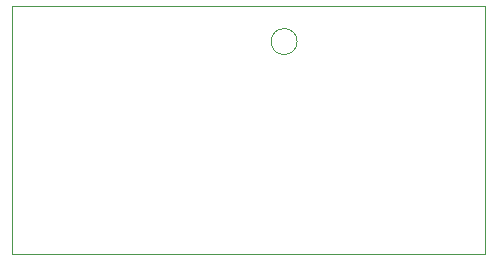
<source format=gbr>
%TF.GenerationSoftware,KiCad,Pcbnew,(7.0.0)*%
%TF.CreationDate,2023-07-18T11:01:11+08:00*%
%TF.ProjectId,Board_Car_V0_3,426f6172-645f-4436-9172-5f56305f332e,rev?*%
%TF.SameCoordinates,Original*%
%TF.FileFunction,Profile,NP*%
%FSLAX46Y46*%
G04 Gerber Fmt 4.6, Leading zero omitted, Abs format (unit mm)*
G04 Created by KiCad (PCBNEW (7.0.0)) date 2023-07-18 11:01:11*
%MOMM*%
%LPD*%
G01*
G04 APERTURE LIST*
%TA.AperFunction,Profile*%
%ADD10C,0.100000*%
%TD*%
G04 APERTURE END LIST*
D10*
X66100000Y-99000000D02*
G75*
G03*
X66100000Y-99000000I-1100000J0D01*
G01*
X42000000Y-96000000D02*
X82000000Y-96000000D01*
X82000000Y-96000000D02*
X82000000Y-117000000D01*
X82000000Y-117000000D02*
X42000000Y-117000000D01*
X42000000Y-117000000D02*
X42000000Y-96000000D01*
M02*

</source>
